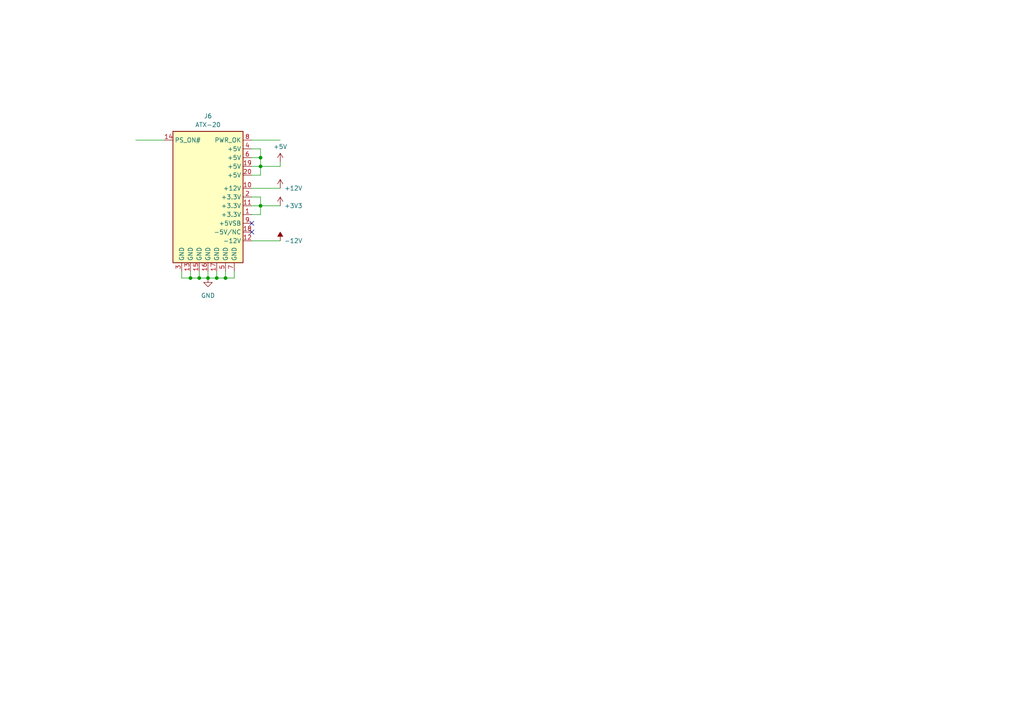
<source format=kicad_sch>
(kicad_sch (version 20231120) (generator "eeschema") (generator_version "8.0")
  (paper "A4")
  (lib_symbols
    (symbol "Connector:ATX-20"
      (property "Reference" "J13" (at 0 17.145 0))
      (property "Value" "ATX-20" (at 0 14.605 0))
      (symbol "ATX-20_0_1"
        (rectangle (start -10.16 12.7) (end 10.16 -25.4) (stroke (width 0.254)) (fill (type background)))
      )
      (symbol "ATX-20_1_1"
        (pin power_out line (at 12.7 -11.43 180) (length 2.54) (name "+3.3V") (number "1"))
        (pin power_out line (at 12.7 -3.81 180) (length 2.54) (name "+12V") (number "10"))
        (pin power_out line (at 12.7 -8.89 180) (length 2.54) (name "+3.3V") (number "11"))
        (pin power_out line (at 12.7 -19.05 180) (length 2.54) (name "-12V") (number "12"))
        (pin power_out line (at -5.08 -27.94 90) (length 2.54) (name "GND") (number "13"))
        (pin open_collector line (at -12.7 10.16 0) (length 2.54) (name "PS_ON#") (number "14"))
        (pin power_out line (at -2.54 -27.94 90) (length 2.54) (name "GND") (number "15"))
        (pin power_out line (at 0 -27.94 90) (length 2.54) (name "GND") (number "16"))
        (pin power_out line (at 2.54 -27.94 90) (length 2.54) (name "GND") (number "17"))
        (pin power_out line (at 12.7 -16.51 180) (length 2.54) (name "-5V/NC") (number "18"))
        (pin power_out line (at 12.7 2.54 180) (length 2.54) (name "+5V") (number "19"))
        (pin power_out line (at 12.7 -6.35 180) (length 2.54) (name "+3.3V") (number "2"))
        (pin power_out line (at 12.7 0 180) (length 2.54) (name "+5V") (number "20"))
        (pin power_out line (at -7.62 -27.94 90) (length 2.54) (name "GND") (number "3"))
        (pin power_out line (at 12.7 7.62 180) (length 2.54) (name "+5V") (number "4"))
        (pin power_out line (at 5.08 -27.94 90) (length 2.54) (name "GND") (number "5"))
        (pin power_out line (at 12.7 5.08 180) (length 2.54) (name "+5V") (number "6"))
        (pin power_out line (at 7.62 -27.94 90) (length 2.54) (name "GND") (number "7"))
        (pin output line (at 12.7 10.16 180) (length 2.54) (name "PWR_OK") (number "8"))
        (pin power_out line (at 12.7 -13.97 180) (length 2.54) (name "+5VSB") (number "9"))
      )
    )
    (symbol "power:+12V" (power) (pin_numbers hide) (pin_names (offset 0) hide)
      (property "Value" "+12V" (at 0 3.556 0))
      (symbol "+12V_0_1"
        (polyline (pts (xy -0.762 1.27) (xy 0 2.54)))
        (polyline (pts (xy 0 0) (xy 0 2.54)))
        (polyline (pts (xy 0 2.54) (xy 0.762 1.27)))
      )
      (symbol "+12V_1_1"
        (pin power_in line (at 0 0 90) (length 0) (name "~") (number "1"))
      )
    )
    (symbol "power:+3V3" (power) (pin_numbers hide) (pin_names (offset 0) hide)
      (property "Value" "+3V3" (at 0 3.556 0))
      (symbol "+3V3_0_1"
        (polyline (pts (xy -0.762 1.27) (xy 0 2.54)))
        (polyline (pts (xy 0 0) (xy 0 2.54)))
        (polyline (pts (xy 0 2.54) (xy 0.762 1.27)))
      )
      (symbol "+3V3_1_1"
        (pin power_in line (at 0 0 90) (length 0) (name "~") (number "1"))
      )
    )
    (symbol "power:+5V" (power) (pin_numbers hide) (pin_names (offset 0) hide)
      (property "Value" "+5V" (at 0 3.556 0))
      (symbol "+5V_0_1"
        (polyline (pts (xy -0.762 1.27) (xy 0 2.54)))
        (polyline (pts (xy 0 0) (xy 0 2.54)))
        (polyline (pts (xy 0 2.54) (xy 0.762 1.27)))
      )
      (symbol "+5V_1_1"
        (pin power_in line (at 0 0 90) (length 0) (name "~") (number "1"))
      )
    )
    (symbol "power:-12V" (power) (pin_numbers hide) (pin_names (offset 0) hide)
      (property "Value" "-12V" (at 0 3.556 0))
      (symbol "-12V_0_0"
        (pin power_in line (at 0 0 90) (length 0) (name "~") (number "1"))
      )
      (symbol "-12V_0_1"
        (polyline (pts (xy 0 0) (xy 0 1.27) (xy 0.762 1.27) (xy 0 2.54) (xy -0.762 1.27) (xy 0 1.27)) (fill (type outline)))
      )
    )
    (symbol "power:GND" (power) (pin_numbers hide) (pin_names (offset 0) hide)
      (property "Value" "GND" (at 0 -3.81 0))
      (symbol "GND_0_1"
        (polyline (pts (xy 0 0) (xy 0 -1.27) (xy 1.27 -1.27) (xy 0 -2.54) (xy -1.27 -1.27) (xy 0 -1.27)))
      )
      (symbol "GND_1_1"
        (pin power_in line (at 0 0 270) (length 0) (name "~") (number "1"))
      )
    )
  )
  (junction (at 57.785 80.645))
  (junction (at 55.245 80.645))
  (junction (at 60.325 80.645))
  (junction (at 75.565 48.26))
  (junction (at 62.865 80.645))
  (junction (at 65.405 80.645))
  (junction (at 75.565 59.69))
  (junction (at 75.565 45.72))
  (no_connect (at 73.025 64.77))
  (no_connect (at 73.025 67.31))
  (wire (pts (xy 55.245 80.645) (xy 57.785 80.645)))
  (wire (pts (xy 57.785 78.74) (xy 57.785 80.645)))
  (wire (pts (xy 62.865 78.74) (xy 62.865 80.645)))
  (wire (pts (xy 75.565 48.26) (xy 81.28 48.26)))
  (wire (pts (xy 75.565 45.72) (xy 75.565 48.26)))
  (wire (pts (xy 57.785 80.645) (xy 60.325 80.645)))
  (wire (pts (xy 65.405 80.645) (xy 67.945 80.645)))
  (wire (pts (xy 52.705 78.74) (xy 52.705 80.645)))
  (wire (pts (xy 73.025 62.23) (xy 75.565 62.23)))
  (wire (pts (xy 73.025 43.18) (xy 75.565 43.18)))
  (wire (pts (xy 73.025 48.26) (xy 75.565 48.26)))
  (wire (pts (xy 75.565 50.8) (xy 73.025 50.8)))
  (wire (pts (xy 75.565 59.69) (xy 75.565 57.15)))
  (wire (pts (xy 73.025 45.72) (xy 75.565 45.72)))
  (wire (pts (xy 65.405 78.74) (xy 65.405 80.645)))
  (wire (pts (xy 67.945 80.645) (xy 67.945 78.74)))
  (wire (pts (xy 73.025 69.85) (xy 81.28 69.85)))
  (wire (pts (xy 75.565 48.26) (xy 75.565 50.8)))
  (wire (pts (xy 81.28 48.26) (xy 81.28 46.99)))
  (wire (pts (xy 39.37 40.64) (xy 47.625 40.64)))
  (wire (pts (xy 75.565 43.18) (xy 75.565 45.72)))
  (wire (pts (xy 60.325 80.645) (xy 62.865 80.645)))
  (wire (pts (xy 73.025 59.69) (xy 75.565 59.69)))
  (wire (pts (xy 60.325 78.74) (xy 60.325 80.645)))
  (wire (pts (xy 55.245 78.74) (xy 55.245 80.645)))
  (wire (pts (xy 73.025 57.15) (xy 75.565 57.15)))
  (wire (pts (xy 73.025 54.61) (xy 81.28 54.61)))
  (wire (pts (xy 75.565 59.69) (xy 81.28 59.69)))
  (wire (pts (xy 62.865 80.645) (xy 65.405 80.645)))
  (wire (pts (xy 73.025 40.64) (xy 81.28 40.64)))
  (wire (pts (xy 52.705 80.645) (xy 55.245 80.645)))
  (wire (pts (xy 75.565 62.23) (xy 75.565 59.69)))
  (symbol (lib_id "power:+5V") (at 81.28 46.99 0) (unit 1)
    (property "Reference" "#PWR09" (effects (hide yes)))
    (property "Value" "+5V" (at 81.28 42.545 0))
    (property "Description" "Power symbol creates a global label with name \"+5V\"" (effects (hide yes)))
  )
  (symbol (lib_id "Connector:ATX-20") (at 60.325 50.8 0) (unit 1)
    (property "Reference" "J6" (at 60.325 33.655 0))
    (property "Value" "ATX-20" (at 60.325 36.195 0))
    (property "Datasheet" "https://web.aub.edu.lb/pub/docs/atx_201.pdf#page=20" (effects (hide yes)))
    (property "Description" "ATX Power supply 20pins" (effects (hide yes)))
  )
  (symbol (lib_id "power:+3V3") (at 81.28 59.69 0) (unit 1)
    (property "Reference" "#PWR011" (effects (hide yes)))
    (property "Value" "+3V3" (at 85.09 59.69 0))
    (property "Description" "Power symbol creates a global label with name \"+3V3\"" (effects (hide yes)))
  )
  (symbol (lib_id "power:-12V") (at 81.28 69.85 0) (unit 1)
    (property "Reference" "#PWR012" (effects (hide yes)))
    (property "Value" "-12V" (at 85.09 69.85 0))
    (property "Description" "Power symbol creates a global label with name \"-12V\"" (effects (hide yes)))
  )
  (symbol (lib_id "power:+12V") (at 81.28 54.61 0) (unit 1)
    (property "Reference" "#PWR010" (effects (hide yes)))
    (property "Value" "+12V" (at 85.09 54.61 0))
    (property "Description" "Power symbol creates a global label with name \"+12V\"" (effects (hide yes)))
  )
  (symbol (lib_id "power:GND") (at 60.325 80.645 0) (unit 1)
    (property "Reference" "#PWR08" (effects (hide yes)))
    (property "Value" "GND" (at 60.325 85.725 0))
    (property "Description" "Power symbol creates a global label with name \"GND\" , ground" (effects (hide yes)))
  )
)
</source>
